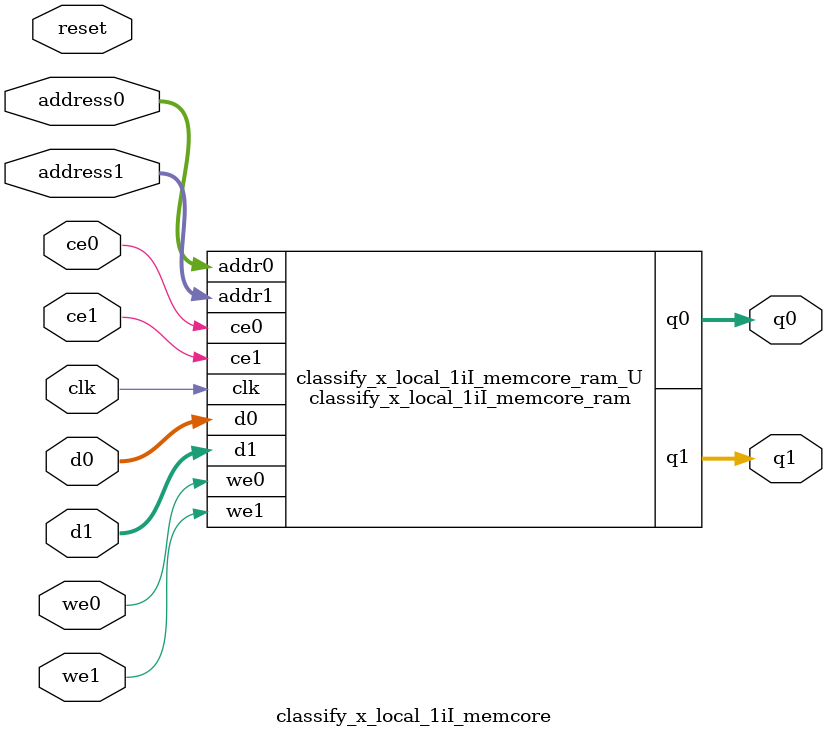
<source format=v>

`timescale 1 ns / 1 ps
module classify_x_local_1iI_memcore_ram (addr0, ce0, d0, we0, q0, addr1, ce1, d1, we1, q1,  clk);

parameter DWIDTH = 8;
parameter AWIDTH = 7;
parameter MEM_SIZE = 98;

input[AWIDTH-1:0] addr0;
input ce0;
input[DWIDTH-1:0] d0;
input we0;
output reg[DWIDTH-1:0] q0;
input[AWIDTH-1:0] addr1;
input ce1;
input[DWIDTH-1:0] d1;
input we1;
output reg[DWIDTH-1:0] q1;
input clk;

(* ram_style = "distributed" *)reg [DWIDTH-1:0] ram[0:MEM_SIZE-1];




always @(posedge clk)  
begin 
    if (ce0) 
    begin
        if (we0) 
        begin 
            ram[addr0] <= d0; 
            q0 <= d0;
        end 
        else 
            q0 <= ram[addr0];
    end
end


always @(posedge clk)  
begin 
    if (ce1) 
    begin
        if (we1) 
        begin 
            ram[addr1] <= d1; 
            q1 <= d1;
        end 
        else 
            q1 <= ram[addr1];
    end
end


endmodule


`timescale 1 ns / 1 ps
module classify_x_local_1iI_memcore(
    reset,
    clk,
    address0,
    ce0,
    we0,
    d0,
    q0,
    address1,
    ce1,
    we1,
    d1,
    q1);

parameter DataWidth = 32'd8;
parameter AddressRange = 32'd98;
parameter AddressWidth = 32'd7;
input reset;
input clk;
input[AddressWidth - 1:0] address0;
input ce0;
input we0;
input[DataWidth - 1:0] d0;
output[DataWidth - 1:0] q0;
input[AddressWidth - 1:0] address1;
input ce1;
input we1;
input[DataWidth - 1:0] d1;
output[DataWidth - 1:0] q1;



classify_x_local_1iI_memcore_ram classify_x_local_1iI_memcore_ram_U(
    .clk( clk ),
    .addr0( address0 ),
    .ce0( ce0 ),
    .we0( we0 ),
    .d0( d0 ),
    .q0( q0 ),
    .addr1( address1 ),
    .ce1( ce1 ),
    .we1( we1 ),
    .d1( d1 ),
    .q1( q1 ));

endmodule


</source>
